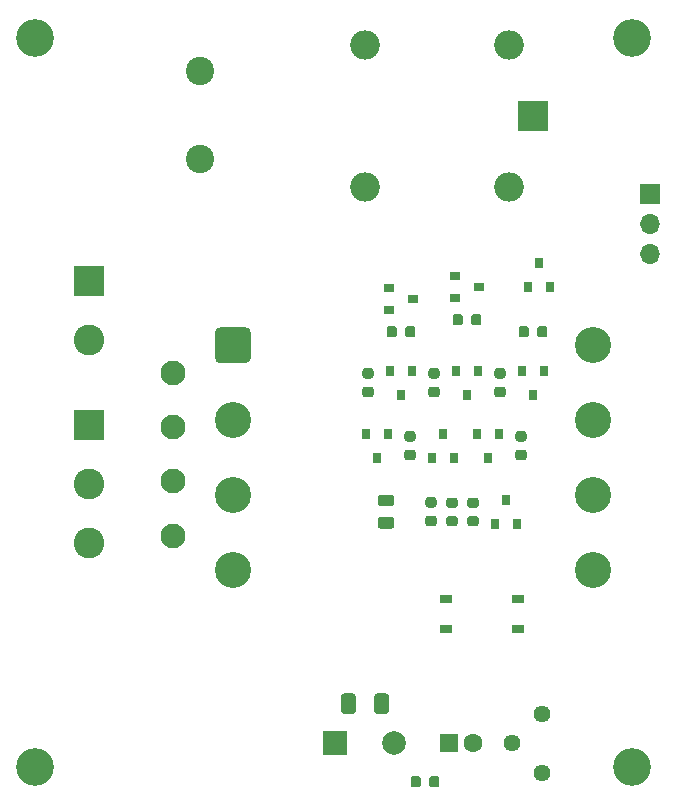
<source format=gbr>
G04 #@! TF.GenerationSoftware,KiCad,Pcbnew,5.1.9*
G04 #@! TF.CreationDate,2021-04-19T03:59:41-04:00*
G04 #@! TF.ProjectId,lm3886_soft_start_v2,6c6d3338-3836-45f7-936f-66745f737461,rev?*
G04 #@! TF.SameCoordinates,Original*
G04 #@! TF.FileFunction,Soldermask,Bot*
G04 #@! TF.FilePolarity,Negative*
%FSLAX46Y46*%
G04 Gerber Fmt 4.6, Leading zero omitted, Abs format (unit mm)*
G04 Created by KiCad (PCBNEW 5.1.9) date 2021-04-19 03:59:41*
%MOMM*%
%LPD*%
G01*
G04 APERTURE LIST*
%ADD10O,1.700000X1.700000*%
%ADD11R,1.700000X1.700000*%
%ADD12C,3.048000*%
%ADD13C,2.400000*%
%ADD14R,0.900000X0.800000*%
%ADD15R,0.800000X0.900000*%
%ADD16R,2.500000X2.500000*%
%ADD17O,2.500000X2.500000*%
%ADD18C,1.440000*%
%ADD19R,1.000000X0.800000*%
%ADD20C,3.200000*%
%ADD21C,2.100000*%
%ADD22C,2.600000*%
%ADD23R,2.600000X2.600000*%
%ADD24C,2.000000*%
%ADD25R,2.000000X2.000000*%
%ADD26R,1.600000X1.600000*%
%ADD27C,1.600000*%
G04 APERTURE END LIST*
D10*
X124714000Y-64262000D03*
X124714000Y-61722000D03*
D11*
X124714000Y-59182000D03*
D12*
X119900700Y-91059000D03*
X119900700Y-84709000D03*
X119900700Y-78359000D03*
X119900700Y-72009000D03*
X89395300Y-91059000D03*
X89395300Y-84709000D03*
X89395300Y-78359000D03*
G36*
G01*
X88328500Y-70485000D02*
X90462100Y-70485000D01*
G75*
G02*
X90919300Y-70942200I0J-457200D01*
G01*
X90919300Y-73075800D01*
G75*
G02*
X90462100Y-73533000I-457200J0D01*
G01*
X88328500Y-73533000D01*
G75*
G02*
X87871300Y-73075800I0J457200D01*
G01*
X87871300Y-70942200D01*
G75*
G02*
X88328500Y-70485000I457200J0D01*
G01*
G37*
G36*
G01*
X109471750Y-84906500D02*
X109984250Y-84906500D01*
G75*
G02*
X110203000Y-85125250I0J-218750D01*
G01*
X110203000Y-85562750D01*
G75*
G02*
X109984250Y-85781500I-218750J0D01*
G01*
X109471750Y-85781500D01*
G75*
G02*
X109253000Y-85562750I0J218750D01*
G01*
X109253000Y-85125250D01*
G75*
G02*
X109471750Y-84906500I218750J0D01*
G01*
G37*
G36*
G01*
X109471750Y-86481500D02*
X109984250Y-86481500D01*
G75*
G02*
X110203000Y-86700250I0J-218750D01*
G01*
X110203000Y-87137750D01*
G75*
G02*
X109984250Y-87356500I-218750J0D01*
G01*
X109471750Y-87356500D01*
G75*
G02*
X109253000Y-87137750I0J218750D01*
G01*
X109253000Y-86700250D01*
G75*
G02*
X109471750Y-86481500I218750J0D01*
G01*
G37*
D13*
X86614000Y-56268000D03*
X86614000Y-48768000D03*
G36*
G01*
X109570000Y-70106250D02*
X109570000Y-69593750D01*
G75*
G02*
X109788750Y-69375000I218750J0D01*
G01*
X110226250Y-69375000D01*
G75*
G02*
X110445000Y-69593750I0J-218750D01*
G01*
X110445000Y-70106250D01*
G75*
G02*
X110226250Y-70325000I-218750J0D01*
G01*
X109788750Y-70325000D01*
G75*
G02*
X109570000Y-70106250I0J218750D01*
G01*
G37*
G36*
G01*
X107995000Y-70106250D02*
X107995000Y-69593750D01*
G75*
G02*
X108213750Y-69375000I218750J0D01*
G01*
X108651250Y-69375000D01*
G75*
G02*
X108870000Y-69593750I0J-218750D01*
G01*
X108870000Y-70106250D01*
G75*
G02*
X108651250Y-70325000I-218750J0D01*
G01*
X108213750Y-70325000D01*
G75*
G02*
X107995000Y-70106250I0J218750D01*
G01*
G37*
G36*
G01*
X103982000Y-71122250D02*
X103982000Y-70609750D01*
G75*
G02*
X104200750Y-70391000I218750J0D01*
G01*
X104638250Y-70391000D01*
G75*
G02*
X104857000Y-70609750I0J-218750D01*
G01*
X104857000Y-71122250D01*
G75*
G02*
X104638250Y-71341000I-218750J0D01*
G01*
X104200750Y-71341000D01*
G75*
G02*
X103982000Y-71122250I0J218750D01*
G01*
G37*
G36*
G01*
X102407000Y-71122250D02*
X102407000Y-70609750D01*
G75*
G02*
X102625750Y-70391000I218750J0D01*
G01*
X103063250Y-70391000D01*
G75*
G02*
X103282000Y-70609750I0J-218750D01*
G01*
X103282000Y-71122250D01*
G75*
G02*
X103063250Y-71341000I-218750J0D01*
G01*
X102625750Y-71341000D01*
G75*
G02*
X102407000Y-71122250I0J218750D01*
G01*
G37*
G36*
G01*
X101094250Y-74834000D02*
X100581750Y-74834000D01*
G75*
G02*
X100363000Y-74615250I0J218750D01*
G01*
X100363000Y-74177750D01*
G75*
G02*
X100581750Y-73959000I218750J0D01*
G01*
X101094250Y-73959000D01*
G75*
G02*
X101313000Y-74177750I0J-218750D01*
G01*
X101313000Y-74615250D01*
G75*
G02*
X101094250Y-74834000I-218750J0D01*
G01*
G37*
G36*
G01*
X101094250Y-76409000D02*
X100581750Y-76409000D01*
G75*
G02*
X100363000Y-76190250I0J218750D01*
G01*
X100363000Y-75752750D01*
G75*
G02*
X100581750Y-75534000I218750J0D01*
G01*
X101094250Y-75534000D01*
G75*
G02*
X101313000Y-75752750I0J-218750D01*
G01*
X101313000Y-76190250D01*
G75*
G02*
X101094250Y-76409000I-218750J0D01*
G01*
G37*
G36*
G01*
X113583000Y-71122250D02*
X113583000Y-70609750D01*
G75*
G02*
X113801750Y-70391000I218750J0D01*
G01*
X114239250Y-70391000D01*
G75*
G02*
X114458000Y-70609750I0J-218750D01*
G01*
X114458000Y-71122250D01*
G75*
G02*
X114239250Y-71341000I-218750J0D01*
G01*
X113801750Y-71341000D01*
G75*
G02*
X113583000Y-71122250I0J218750D01*
G01*
G37*
G36*
G01*
X115158000Y-71122250D02*
X115158000Y-70609750D01*
G75*
G02*
X115376750Y-70391000I218750J0D01*
G01*
X115814250Y-70391000D01*
G75*
G02*
X116033000Y-70609750I0J-218750D01*
G01*
X116033000Y-71122250D01*
G75*
G02*
X115814250Y-71341000I-218750J0D01*
G01*
X115376750Y-71341000D01*
G75*
G02*
X115158000Y-71122250I0J218750D01*
G01*
G37*
G36*
G01*
X106682250Y-74834000D02*
X106169750Y-74834000D01*
G75*
G02*
X105951000Y-74615250I0J218750D01*
G01*
X105951000Y-74177750D01*
G75*
G02*
X106169750Y-73959000I218750J0D01*
G01*
X106682250Y-73959000D01*
G75*
G02*
X106901000Y-74177750I0J-218750D01*
G01*
X106901000Y-74615250D01*
G75*
G02*
X106682250Y-74834000I-218750J0D01*
G01*
G37*
G36*
G01*
X106682250Y-76409000D02*
X106169750Y-76409000D01*
G75*
G02*
X105951000Y-76190250I0J218750D01*
G01*
X105951000Y-75752750D01*
G75*
G02*
X106169750Y-75534000I218750J0D01*
G01*
X106682250Y-75534000D01*
G75*
G02*
X106901000Y-75752750I0J-218750D01*
G01*
X106901000Y-76190250D01*
G75*
G02*
X106682250Y-76409000I-218750J0D01*
G01*
G37*
G36*
G01*
X111757750Y-73959000D02*
X112270250Y-73959000D01*
G75*
G02*
X112489000Y-74177750I0J-218750D01*
G01*
X112489000Y-74615250D01*
G75*
G02*
X112270250Y-74834000I-218750J0D01*
G01*
X111757750Y-74834000D01*
G75*
G02*
X111539000Y-74615250I0J218750D01*
G01*
X111539000Y-74177750D01*
G75*
G02*
X111757750Y-73959000I218750J0D01*
G01*
G37*
G36*
G01*
X111757750Y-75534000D02*
X112270250Y-75534000D01*
G75*
G02*
X112489000Y-75752750I0J-218750D01*
G01*
X112489000Y-76190250D01*
G75*
G02*
X112270250Y-76409000I-218750J0D01*
G01*
X111757750Y-76409000D01*
G75*
G02*
X111539000Y-76190250I0J218750D01*
G01*
X111539000Y-75752750D01*
G75*
G02*
X111757750Y-75534000I218750J0D01*
G01*
G37*
G36*
G01*
X113535750Y-79293000D02*
X114048250Y-79293000D01*
G75*
G02*
X114267000Y-79511750I0J-218750D01*
G01*
X114267000Y-79949250D01*
G75*
G02*
X114048250Y-80168000I-218750J0D01*
G01*
X113535750Y-80168000D01*
G75*
G02*
X113317000Y-79949250I0J218750D01*
G01*
X113317000Y-79511750D01*
G75*
G02*
X113535750Y-79293000I218750J0D01*
G01*
G37*
G36*
G01*
X113535750Y-80868000D02*
X114048250Y-80868000D01*
G75*
G02*
X114267000Y-81086750I0J-218750D01*
G01*
X114267000Y-81524250D01*
G75*
G02*
X114048250Y-81743000I-218750J0D01*
G01*
X113535750Y-81743000D01*
G75*
G02*
X113317000Y-81524250I0J218750D01*
G01*
X113317000Y-81086750D01*
G75*
G02*
X113535750Y-80868000I218750J0D01*
G01*
G37*
G36*
G01*
X104650250Y-81743000D02*
X104137750Y-81743000D01*
G75*
G02*
X103919000Y-81524250I0J218750D01*
G01*
X103919000Y-81086750D01*
G75*
G02*
X104137750Y-80868000I218750J0D01*
G01*
X104650250Y-80868000D01*
G75*
G02*
X104869000Y-81086750I0J-218750D01*
G01*
X104869000Y-81524250D01*
G75*
G02*
X104650250Y-81743000I-218750J0D01*
G01*
G37*
G36*
G01*
X104650250Y-80168000D02*
X104137750Y-80168000D01*
G75*
G02*
X103919000Y-79949250I0J218750D01*
G01*
X103919000Y-79511750D01*
G75*
G02*
X104137750Y-79293000I218750J0D01*
G01*
X104650250Y-79293000D01*
G75*
G02*
X104869000Y-79511750I0J-218750D01*
G01*
X104869000Y-79949250D01*
G75*
G02*
X104650250Y-80168000I-218750J0D01*
G01*
G37*
G36*
G01*
X105915750Y-86456000D02*
X106428250Y-86456000D01*
G75*
G02*
X106647000Y-86674750I0J-218750D01*
G01*
X106647000Y-87112250D01*
G75*
G02*
X106428250Y-87331000I-218750J0D01*
G01*
X105915750Y-87331000D01*
G75*
G02*
X105697000Y-87112250I0J218750D01*
G01*
X105697000Y-86674750D01*
G75*
G02*
X105915750Y-86456000I218750J0D01*
G01*
G37*
G36*
G01*
X105915750Y-84881000D02*
X106428250Y-84881000D01*
G75*
G02*
X106647000Y-85099750I0J-218750D01*
G01*
X106647000Y-85537250D01*
G75*
G02*
X106428250Y-85756000I-218750J0D01*
G01*
X105915750Y-85756000D01*
G75*
G02*
X105697000Y-85537250I0J218750D01*
G01*
X105697000Y-85099750D01*
G75*
G02*
X105915750Y-84881000I218750J0D01*
G01*
G37*
G36*
G01*
X107693750Y-84906500D02*
X108206250Y-84906500D01*
G75*
G02*
X108425000Y-85125250I0J-218750D01*
G01*
X108425000Y-85562750D01*
G75*
G02*
X108206250Y-85781500I-218750J0D01*
G01*
X107693750Y-85781500D01*
G75*
G02*
X107475000Y-85562750I0J218750D01*
G01*
X107475000Y-85125250D01*
G75*
G02*
X107693750Y-84906500I218750J0D01*
G01*
G37*
G36*
G01*
X107693750Y-86481500D02*
X108206250Y-86481500D01*
G75*
G02*
X108425000Y-86700250I0J-218750D01*
G01*
X108425000Y-87137750D01*
G75*
G02*
X108206250Y-87356500I-218750J0D01*
G01*
X107693750Y-87356500D01*
G75*
G02*
X107475000Y-87137750I0J218750D01*
G01*
X107475000Y-86700250D01*
G75*
G02*
X107693750Y-86481500I218750J0D01*
G01*
G37*
D14*
X110220000Y-67056000D03*
X108220000Y-66106000D03*
X108220000Y-68006000D03*
X104632000Y-68072000D03*
X102632000Y-67122000D03*
X102632000Y-69022000D03*
D15*
X103632000Y-76184000D03*
X104582000Y-74184000D03*
X102682000Y-74184000D03*
X108270000Y-74184000D03*
X110170000Y-74184000D03*
X109220000Y-76184000D03*
X110048000Y-79518000D03*
X111948000Y-79518000D03*
X110998000Y-81518000D03*
X108138000Y-81518000D03*
X106238000Y-81518000D03*
X107188000Y-79518000D03*
X115316000Y-65040000D03*
X114366000Y-67040000D03*
X116266000Y-67040000D03*
X114808000Y-76184000D03*
X115758000Y-74184000D03*
X113858000Y-74184000D03*
X101600000Y-81518000D03*
X102550000Y-79518000D03*
X100650000Y-79518000D03*
X113472000Y-87106000D03*
X111572000Y-87106000D03*
X112522000Y-85106000D03*
G36*
G01*
X101905750Y-86556000D02*
X102818250Y-86556000D01*
G75*
G02*
X103062000Y-86799750I0J-243750D01*
G01*
X103062000Y-87287250D01*
G75*
G02*
X102818250Y-87531000I-243750J0D01*
G01*
X101905750Y-87531000D01*
G75*
G02*
X101662000Y-87287250I0J243750D01*
G01*
X101662000Y-86799750D01*
G75*
G02*
X101905750Y-86556000I243750J0D01*
G01*
G37*
G36*
G01*
X101905750Y-84681000D02*
X102818250Y-84681000D01*
G75*
G02*
X103062000Y-84924750I0J-243750D01*
G01*
X103062000Y-85412250D01*
G75*
G02*
X102818250Y-85656000I-243750J0D01*
G01*
X101905750Y-85656000D01*
G75*
G02*
X101662000Y-85412250I0J243750D01*
G01*
X101662000Y-84924750D01*
G75*
G02*
X101905750Y-84681000I243750J0D01*
G01*
G37*
G36*
G01*
X106014000Y-109222250D02*
X106014000Y-108709750D01*
G75*
G02*
X106232750Y-108491000I218750J0D01*
G01*
X106670250Y-108491000D01*
G75*
G02*
X106889000Y-108709750I0J-218750D01*
G01*
X106889000Y-109222250D01*
G75*
G02*
X106670250Y-109441000I-218750J0D01*
G01*
X106232750Y-109441000D01*
G75*
G02*
X106014000Y-109222250I0J218750D01*
G01*
G37*
G36*
G01*
X104439000Y-109222250D02*
X104439000Y-108709750D01*
G75*
G02*
X104657750Y-108491000I218750J0D01*
G01*
X105095250Y-108491000D01*
G75*
G02*
X105314000Y-108709750I0J-218750D01*
G01*
X105314000Y-109222250D01*
G75*
G02*
X105095250Y-109441000I-218750J0D01*
G01*
X104657750Y-109441000D01*
G75*
G02*
X104439000Y-109222250I0J218750D01*
G01*
G37*
D16*
X114808000Y-52578000D03*
D17*
X112808000Y-46578000D03*
X100608000Y-46578000D03*
X100608000Y-58578000D03*
X112808000Y-58578000D03*
D18*
X115570000Y-103204000D03*
X113070000Y-105704000D03*
X115570000Y-108204000D03*
D19*
X113565000Y-96012000D03*
X113565000Y-93472000D03*
X107415000Y-93472000D03*
X107415000Y-96012000D03*
D20*
X72644000Y-45974000D03*
X123190000Y-45974000D03*
X123190000Y-107696000D03*
X72644000Y-107696000D03*
D21*
X84328000Y-74338000D03*
X84328000Y-78938000D03*
X84328000Y-83538000D03*
X84328000Y-88138000D03*
D22*
X77216000Y-88740000D03*
X77216000Y-83740000D03*
D23*
X77216000Y-78740000D03*
D24*
X103044000Y-105664000D03*
D25*
X98044000Y-105664000D03*
D22*
X77216000Y-71548000D03*
D23*
X77216000Y-66548000D03*
G36*
G01*
X98559000Y-102987000D02*
X98559000Y-101737000D01*
G75*
G02*
X98809000Y-101487000I250000J0D01*
G01*
X99559000Y-101487000D01*
G75*
G02*
X99809000Y-101737000I0J-250000D01*
G01*
X99809000Y-102987000D01*
G75*
G02*
X99559000Y-103237000I-250000J0D01*
G01*
X98809000Y-103237000D01*
G75*
G02*
X98559000Y-102987000I0J250000D01*
G01*
G37*
G36*
G01*
X101359000Y-102987000D02*
X101359000Y-101737000D01*
G75*
G02*
X101609000Y-101487000I250000J0D01*
G01*
X102359000Y-101487000D01*
G75*
G02*
X102609000Y-101737000I0J-250000D01*
G01*
X102609000Y-102987000D01*
G75*
G02*
X102359000Y-103237000I-250000J0D01*
G01*
X101609000Y-103237000D01*
G75*
G02*
X101359000Y-102987000I0J250000D01*
G01*
G37*
D26*
X107696000Y-105664000D03*
D27*
X109696000Y-105664000D03*
M02*

</source>
